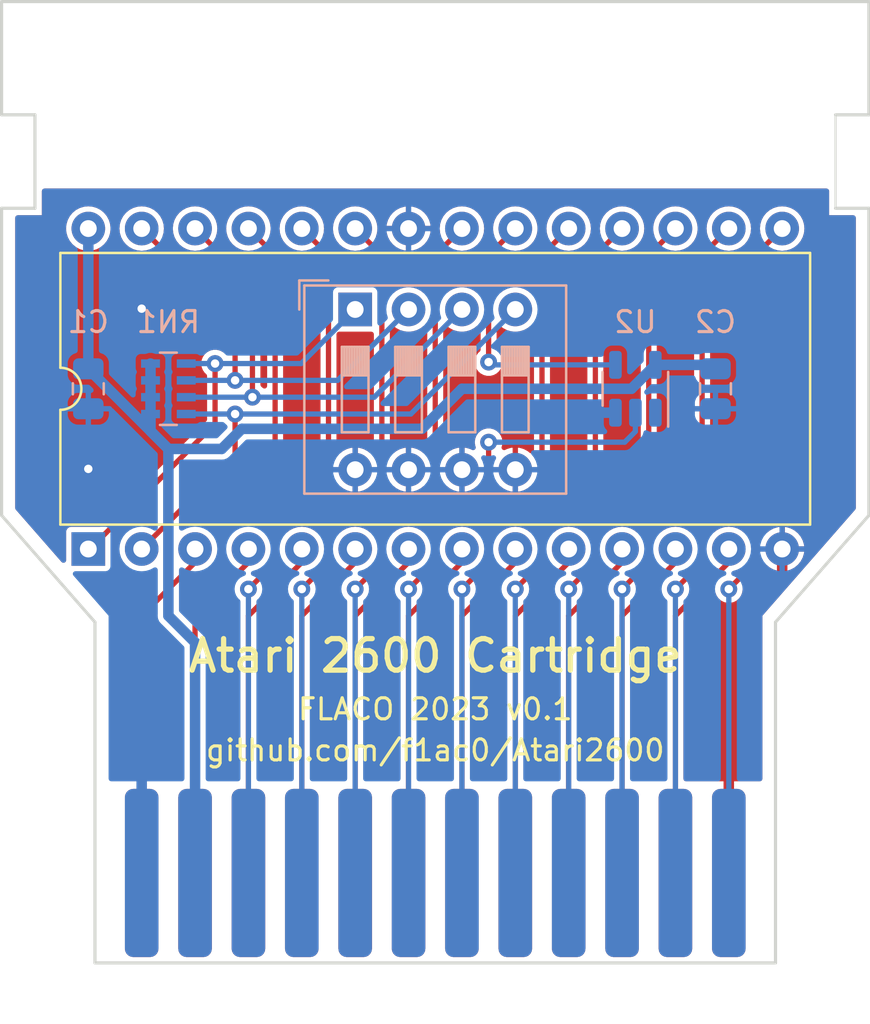
<source format=kicad_pcb>
(kicad_pcb (version 20221018) (generator pcbnew)
  (layers (0 "F.Cu" signal) (31 "B.Cu" signal) (34 "B.Paste" user) (35 "F.Paste" user) (36 "B.SilkS" user "B.Silkscreen") (37 "F.SilkS" user "F.Silkscreen") (38 "B.Mask" user) (39 "F.Mask" user) (44 "Edge.Cuts" user))
  (net 0 "")
  (net 1 "/A7")
  (net 2 "/A6")
  (net 3 "/A5")
  (net 4 "/A4")
  (net 5 "/A3")
  (net 6 "/A2")
  (net 7 "/A1")
  (net 8 "/A0")
  (net 9 "/D0")
  (net 10 "/D1")
  (net 11 "/D2")
  (net 12 "GND")
  (net 13 "/D3")
  (net 14 "/D4")
  (net 15 "/D5")
  (net 16 "/D6")
  (net 17 "/D7")
  (net 18 "/A12")
  (net 19 "/A10")
  (net 20 "/A11")
  (net 21 "/A9")
  (net 22 "/A8")
  (net 23 "+5V")
  (net 24 "/ROMA12")
  (net 25 "/ROMA13")
  (net 26 "/ROMA14")
  (net 27 "/ROMA15")
  (net 28 "/ROMCE")
  (footprint "Sassa:Atari2600_Cartridge_2x12_P2.54mm" (layer "F.Cu") (at 163.83 126.532)
    (fp_text reference "J1" hide)
    (fp_text value "Atari_2600_Cartridge_Port")
    (pad "1" smd roundrect (at 0 0) (size 1.6 8) (layers "F.Cu" "F.Paste" "F.Mask") (net 1 "/A7"))
    (pad "2" smd roundrect (at 2.54 0) (size 1.6 8) (layers "F.Cu" "F.Paste" "F.Mask") (net 2 "/A6"))
    (pad "3" smd roundrect (at 5.08 0) (size 1.6 8) (layers "F.Cu" "F.Paste" "F.Mask") (net 3 "/A5"))
    (pad "4" smd roundrect (at 7.62 0) (size 1.6 8) (layers "F.Cu" "F.Paste" "F.Mask") (net 4 "/A4"))
    (pad "5" smd roundrect (at 10.16 0) (size 1.6 8) (layers "F.Cu" "F.Paste" "F.Mask") (net 5 "/A3"))
    (pad "6" smd roundrect (at 12.7 0) (size 1.6 8) (layers "F.Cu" "F.Paste" "F.Mask") (net 6 "/A2"))
    (pad "7" smd roundrect (at 15.24 0) (size 1.6 8) (layers "F.Cu" "F.Paste" "F.Mask") (net 7 "/A1"))
    (pad "8" smd roundrect (at 17.78 0) (size 1.6 8) (layers "F.Cu" "F.Paste" "F.Mask") (net 8 "/A0"))
    (pad "9" smd roundrect (at 20.32 0) (size 1.6 8) (layers "F.Cu" "F.Paste" "F.Mask") (net 9 "/D0"))
    (pad "10" smd roundrect (at 22.86 0) (size 1.6 8) (layers "F.Cu" "F.Paste" "F.Mask") (net 10 "/D1"))
    (pad "11" smd roundrect (at 25.4 0) (size 1.6 8) (layers "F.Cu" "F.Paste" "F.Mask") (net 11 "/D2"))
    (pad "12" smd roundrect (at 27.94 0) (size 1.6 8) (layers "F.Cu" "F.Paste" "F.Mask") (net 12 "GND"))
    (pad "13" smd roundrect (at 27.94 0) (size 1.6 8) (layers "B.Cu" "B.Paste" "B.Mask") (net 13 "/D3"))
    (pad "14" smd roundrect (at 25.4 0) (size 1.6 8) (layers "B.Cu" "B.Paste" "B.Mask") (net 14 "/D4"))
    (pad "15" smd roundrect (at 22.86 0) (size 1.6 8) (layers "B.Cu" "B.Paste" "B.Mask") (net 15 "/D5"))
    (pad "16" smd roundrect (at 20.32 0) (size 1.6 8) (layers "B.Cu" "B.Paste" "B.Mask") (net 16 "/D6"))
    (pad "17" smd roundrect (at 17.78 0) (size 1.6 8) (layers "B.Cu" "B.Paste" "B.Mask") (net 17 "/D7"))
    (pad "18" smd roundrect (at 15.24 0) (size 1.6 8) (layers "B.Cu" "B.Paste" "B.Mask") (net 18 "/A12"))
    (pad "19" smd roundrect (at 12.7 0) (size 1.6 8) (layers "B.Cu" "B.Paste" "B.Mask") (net 19 "/A10"))
    (pad "20" smd roundrect (at 10.16 0) (size 1.6 8) (layers "B.Cu" "B.Paste" "B.Mask") (net 20 "/A11"))
    (pad "21" smd roundrect (at 7.62 0) (size 1.6 8) (layers "B.Cu" "B.Paste" "B.Mask") (net 21 "/A9"))
    (pad "22" smd roundrect (at 5.08 0) (size 1.6 8) (layers "B.Cu" "B.Paste" "B.Mask") (net 22 "/A8"))
    (pad "23" smd roundrect (at 2.54 0) (size 1.6 8) (layers "B.Cu" "B.Paste" "B.Mask") (net 23 "+5V"))
    (pad "24" smd roundrect (at 0 0) (size 1.6 8) (layers "B.Cu" "B.Paste" "B.Mask") (net 12 "GND"))
  )
  (footprint "Package_DIP:DIP-28_W15.24mm" (layer "F.Cu") (at 161.29 111.125 90)
    (fp_text reference "U1" hide)
    (fp_text value "27C512")
    (fp_line (start 1.16 -1.33) (end 1.16 34.35) (stroke (width 0.12)) (layer "F.SilkS"))
    (fp_line (start 1.16 34.35) (end 14.08 34.35) (stroke (width 0.12)) (layer "F.SilkS"))
    (fp_line (start 6.62 -1.33) (end 1.16 -1.33) (stroke (width 0.12)) (layer "F.SilkS"))
    (fp_line (start 14.08 -1.33) (end 8.62 -1.33) (stroke (width 0.12)) (layer "F.SilkS"))
    (fp_line (start 14.08 34.35) (end 14.08 -1.33) (stroke (width 0.12)) (layer "F.SilkS"))
    (fp_arc (start 8.62 -1.33) (mid 7.62 -0.33) (end 6.62 -1.33) (stroke (width 0.12)) (layer "F.SilkS"))
    (pad "1" thru_hole rect (at 0 0 90) (size 1.6 1.6) (drill 0.8) (layers "*.Cu" "*.Mask") (net 27 "/ROMA15"))
    (pad "2" thru_hole oval (at 0 2.54 90) (size 1.6 1.6) (drill 0.8) (layers "*.Cu" "*.Mask") (net 24 "/ROMA12"))
    (pad "3" thru_hole oval (at 0 5.08 90) (size 1.6 1.6) (drill 0.8) (layers "*.Cu" "*.Mask") (net 1 "/A7"))
    (pad "4" thru_hole oval (at 0 7.62 90) (size 1.6 1.6) (drill 0.8) (layers "*.Cu" "*.Mask") (net 2 "/A6"))
    (pad "5" thru_hole oval (at 0 10.16 90) (size 1.6 1.6) (drill 0.8) (layers "*.Cu" "*.Mask") (net 3 "/A5"))
    (pad "6" thru_hole oval (at 0 12.7 90) (size 1.6 1.6) (drill 0.8) (layers "*.Cu" "*.Mask") (net 4 "/A4"))
    (pad "7" thru_hole oval (at 0 15.24 90) (size 1.6 1.6) (drill 0.8) (layers "*.Cu" "*.Mask") (net 5 "/A3"))
    (pad "8" thru_hole oval (at 0 17.78 90) (size 1.6 1.6) (drill 0.8) (layers "*.Cu" "*.Mask") (net 6 "/A2"))
    (pad "9" thru_hole oval (at 0 20.32 90) (size 1.6 1.6) (drill 0.8) (layers "*.Cu" "*.Mask") (net 7 "/A1"))
    (pad "10" thru_hole oval (at 0 22.86 90) (size 1.6 1.6) (drill 0.8) (layers "*.Cu" "*.Mask") (net 8 "/A0"))
    (pad "11" thru_hole oval (at 0 25.4 90) (size 1.6 1.6) (drill 0.8) (layers "*.Cu" "*.Mask") (net 9 "/D0"))
    (pad "12" thru_hole oval (at 0 27.94 90) (size 1.6 1.6) (drill 0.8) (layers "*.Cu" "*.Mask") (net 10 "/D1"))
    (pad "13" thru_hole oval (at 0 30.48 90) (size 1.6 1.6) (drill 0.8) (layers "*.Cu" "*.Mask") (net 11 "/D2"))
    (pad "14" thru_hole oval (at 0 33.02 90) (size 1.6 1.6) (drill 0.8) (layers "*.Cu" "*.Mask") (net 12 "GND"))
    (pad "15" thru_hole oval (at 15.24 33.02 90) (size 1.6 1.6) (drill 0.8) (layers "*.Cu" "*.Mask") (net 13 "/D3"))
    (pad "16" thru_hole oval (at 15.24 30.48 90) (size 1.6 1.6) (drill 0.8) (layers "*.Cu" "*.Mask") (net 14 "/D4"))
    (pad "17" thru_hole oval (at 15.24 27.94 90) (size 1.6 1.6) (drill 0.8) (layers "*.Cu" "*.Mask") (net 15 "/D5"))
    (pad "18" thru_hole oval (at 15.24 25.4 90) (size 1.6 1.6) (drill 0.8) (layers "*.Cu" "*.Mask") (net 16 "/D6"))
    (pad "19" thru_hole oval (at 15.24 22.86 90) (size 1.6 1.6) (drill 0.8) (layers "*.Cu" "*.Mask") (net 17 "/D7"))
    (pad "20" thru_hole oval (at 15.24 20.32 90) (size 1.6 1.6) (drill 0.8) (layers "*.Cu" "*.Mask") (net 28 "/ROMCE"))
    (pad "21" thru_hole oval (at 15.24 17.78 90) (size 1.6 1.6) (drill 0.8) (layers "*.Cu" "*.Mask") (net 19 "/A10"))
    (pad "22" thru_hole oval (at 15.24 15.24 90) (size 1.6 1.6) (drill 0.8) (layers "*.Cu" "*.Mask") (net 12 "GND"))
    (pad "23" thru_hole oval (at 15.24 12.7 90) (size 1.6 1.6) (drill 0.8) (layers "*.Cu" "*.Mask") (net 20 "/A11"))
    (pad "24" thru_hole oval (at 15.24 10.16 90) (size 1.6 1.6) (drill 0.8) (layers "*.Cu" "*.Mask") (net 21 "/A9"))
    (pad "25" thru_hole oval (at 15.24 7.62 90) (size 1.6 1.6) (drill 0.8) (layers "*.Cu" "*.Mask") (net 22 "/A8"))
    (pad "26" thru_hole oval (at 15.24 5.08 90) (size 1.6 1.6) (drill 0.8) (layers "*.Cu" "*.Mask") (net 25 "/ROMA13"))
    (pad "27" thru_hole oval (at 15.24 2.54 90) (size 1.6 1.6) (drill 0.8) (layers "*.Cu" "*.Mask") (net 26 "/ROMA14"))
    (pad "28" thru_hole oval (at 15.24 0 90) (size 1.6 1.6) (drill 0.8) (layers "*.Cu" "*.Mask") (net 23 "+5V"))
  )
  (footprint "Package_TO_SOT_SMD:SOT-23-5" (layer "B.Cu") (at 187.325 103.505 90)
    (fp_text reference "U2" (at 3.175 0 unlocked) (layer "B.SilkS") (effects (justify mirror)))
    (fp_text value "74LVC1G04")
    (fp_line (start 0 -1.56) (end -0.8 -1.56) (stroke (width 0.12)) (layer "B.SilkS"))
    (fp_line (start 0 -1.56) (end 0.8 -1.56) (stroke (width 0.12)) (layer "B.SilkS"))
    (fp_line (start 0 1.56) (end -1.8 1.56) (stroke (width 0.12)) (layer "B.SilkS"))
    (fp_line (start 0 1.56) (end 0.8 1.56) (stroke (width 0.12)) (layer "B.SilkS"))
    (pad "1" smd roundrect (at -1.1375 0.95 90) (size 1.325 0.6) (layers "B.Cu" "B.Paste" "B.Mask"))
    (pad "2" smd roundrect (at -1.1375 0 90) (size 1.325 0.6) (layers "B.Cu" "B.Paste" "B.Mask") (net 18 "/A12"))
    (pad "3" smd roundrect (at -1.1375 -0.95 90) (size 1.325 0.6) (layers "B.Cu" "B.Paste" "B.Mask") (net 12 "GND"))
    (pad "4" smd roundrect (at 1.1375 -0.95 90) (size 1.325 0.6) (layers "B.Cu" "B.Paste" "B.Mask") (net 28 "/ROMCE"))
    (pad "5" smd roundrect (at 1.1375 0.95 90) (size 1.325 0.6) (layers "B.Cu" "B.Paste" "B.Mask") (net 23 "+5V"))
  )
  (footprint "Button_Switch_THT:SW_DIP_SPSTx04_Slide_9.78x12.34mm_W7.62mm_P2.54mm" (layer "B.Cu") (at 173.99 99.7325 -90)
    (fp_text reference "SW1" hide)
    (fp_text value "SW_DIP_x04")
    (fp_line (start -1.38 2.66) (end -1.38 1.277) (stroke (width 0.12)) (layer "B.SilkS"))
    (fp_line (start -1.38 2.66) (end 0.004 2.66) (stroke (width 0.12)) (layer "B.SilkS"))
    (fp_line (start -1.14 -10.04) (end 8.76 -10.04) (stroke (width 0.12)) (layer "B.SilkS"))
    (fp_line (start -1.14 2.42) (end -1.14 -10.04) (stroke (width 0.12)) (layer "B.SilkS"))
    (fp_line (start -1.14 2.42) (end 8.76 2.42) (stroke (width 0.12)) (layer "B.SilkS"))
    (fp_line (start 1.78 -8.255) (end 5.84 -8.255) (stroke (width 0.12)) (layer "B.SilkS"))
    (fp_line (start 1.78 -8.185) (end 3.133333 -8.185) (stroke (width 0.12)) (layer "B.SilkS"))
    (fp_line (start 1.78 -8.065) (end 3.133333 -8.065) (stroke (width 0.12)) (layer "B.SilkS"))
    (fp_line (start 1.78 -7.945) (end 3.133333 -7.945) (stroke (width 0.12)) (layer "B.SilkS"))
    (fp_line (start 1.78 -7.825) (end 3.133333 -7.825) (stroke (width 0.12)) (layer "B.SilkS"))
    (fp_line (start 1.78 -7.705) (end 3.133333 -7.705) (stroke (width 0.12)) (layer "B.SilkS"))
    (fp_line (start 1.78 -7.585) (end 3.133333 -7.585) (stroke (width 0.12)) (layer "B.SilkS"))
    (fp_line (start 1.78 -7.465) (end 3.133333 -7.465) (stroke (width 0.12)) (layer "B.SilkS"))
    (fp_line (start 1.78 -7.345) (end 3.133333 -7.345) (stroke (width 0.12)) (layer "B.SilkS"))
    (fp_line (start 1.78 -7.225) (end 3.133333 -7.225) (stroke (width 0.12)) (layer "B.SilkS"))
    (fp_line (start 1.78 -7.105) (end 3.133333 -7.105) (stroke (width 0.12)) (layer "B.SilkS"))
    (fp_line (start 1.78 -6.985) (end 1.78 -8.255) (stroke (width 0.12)) (layer "B.SilkS"))
    (fp_line (start 1.78 -5.715) (end 5.84 -5.715) (stroke (width 0.12)) (layer "B.SilkS"))
    (fp_line (start 1.78 -5.645) (end 3.133333 -5.645) (stroke (width 0.12)) (layer "B.SilkS"))
    (fp_line (start 1.78 -5.525) (end 3.133333 -5.525) (stroke (width 0.12)) (layer "B.SilkS"))
    (fp_line (start 1.78 -5.405) (end 3.133333 -5.405) (stroke (width 0.12)) (layer "B.SilkS"))
    (fp_line (start 1.78 -5.285) (end 3.133333 -5.285) (stroke (width 0.12)) (layer "B.SilkS"))
    (fp_line (start 1.78 -5.165) (end 3.133333 -5.165) (stroke (width 0.12)) (layer "B.SilkS"))
    (fp_line (start 1.78 -5.045) (end 3.133333 -5.045) (stroke (width 0.12)) (layer "B.SilkS"))
    (fp_line (start 1.78 -4.925) (end 3.133333 -4.925) (stroke (width 0.12)) (layer "B.SilkS"))
    (fp_line (start 1.78 -4.805) (end 3.133333 -4.805) (stroke (width 0.12)) (layer "B.SilkS"))
    (fp_line (start 1.78 -4.685) (end 3.133333 -4.685) (stroke (width 0.12)) (layer "B.SilkS"))
    (fp_line (start 1.78 -4.565) (end 3.133333 -4.565) (stroke (width 0.12)) (layer "B.SilkS"))
    (fp_line (start 1.78 -4.445) (end 1.78 -5.715) (stroke (width 0.12)) (layer "B.SilkS"))
    (fp_line (start 1.78 -3.175) (end 5.84 -3.175) (stroke (width 0.12)) (layer "B.SilkS"))
    (fp_line (start 1.78 -3.105) (end 3.133333 -3.105) (stroke (width 0.12)) (layer "B.SilkS"))
    (fp_line (start 1.78 -2.985) (end 3.133333 -2.985) (stroke (width 0.12)) (layer "B.SilkS"))
    (fp_line (start 1.78 -2.865) (end 3.133333 -2.865) (stroke (width 0.12)) (layer "B.SilkS"))
    (fp_line (start 1.78 -2.745) (end 3.133333 -2.745) (stroke (width 0.12)) (layer "B.SilkS"))
    (fp_line (start 1.78 -2.625) (end 3.133333 -2.625) (stroke (width 0.12)) (layer "B.SilkS"))
    (fp_line (start 1.78 -2.505) (end 3.133333 -2.505) (stroke (width 0.12)) (layer "B.SilkS"))
    (fp_line (start 1.78 -2.385) (end 3.133333 -2.385) (stroke (width 0.12)) (layer "B.SilkS"))
    (fp_line (start 1.78 -2.265) (end 3.133333 -2.265) (stroke (width 0.12)) (layer "B.SilkS"))
    (fp_line (start 1.78 -2.145) (end 3.133333 -2.145) (stroke (width 0.12)) (layer "B.SilkS"))
    (fp_line (start 1.78 -2.025) (end 3.133333 -2.025) (stroke (width 0.12)) (layer "B.SilkS"))
    (fp_line (start 1.78 -1.905) (end 1.78 -3.175) (stroke (width 0.12)) (layer "B.SilkS"))
    (fp_line (start 1.78 -0.635) (end 5.84 -0.635) (stroke (width 0.12)) (layer "B.SilkS"))
    (fp_line (start 1.78 -0.565) (end 3.133333 -0.565) (stroke (width 0.12)) (layer "B.SilkS"))
    (fp_line (start 1.78 -0.445) (end 3.133333 -0.445) (stroke (width 0.12)) (layer "B.SilkS"))
    (fp_line (start 1.78 -0.325) (end 3.133333 -0.325) (stroke (width 0.12)) (layer "B.SilkS"))
    (fp_line (start 1.78 -0.205) (end 3.133333 -0.205) (stroke (width 0.12)) (layer "B.SilkS"))
    (fp_line (start 1.78 -0.085) (end 3.133333 -0.085) (stroke (width 0.12)) (layer "B.SilkS"))
    (fp_line (start 1.78 0.035) (end 3.133333 0.035) (stroke (width 0.12)) (layer "B.SilkS"))
    (fp_line (start 1.78 0.155) (end 3.133333 0.155) (stroke (width 0.12)) (layer "B.SilkS"))
    (fp_line (start 1.78 0.275) (end 3.133333 0.275) (stroke (width 0.12)) (layer "B.SilkS"))
    (fp_line (start 1.78 0.395) (end 3.133333 0.395) (stroke (width 0.12)) (layer "B.SilkS"))
    (fp_line (start 1.78 0.515) (end 3.133333 0.515) (stroke (width 0.12)) (layer "B.SilkS"))
    (fp_line (start 1.78 0.635) (end 1.78 -0.635) (stroke (width 0.12)) (layer "B.SilkS"))
    (fp_line (start 3.133333 -6.985) (end 3.133333 -8.255) (stroke (width 0.12)) (layer "B.SilkS"))
    (fp_line (start 3.133333 -4.445) (end 3.133333 -5.715) (stroke (width 0.12)) (layer "B.SilkS"))
    (fp_line (start 3.133333 -1.905) (end 3.133333 -3.175) (stroke (width 0.12)) (layer "B.SilkS"))
    (fp_line (start 3.133333 0.635) (end 3.133333 -0.635) (stroke (width 0.12)) (layer "B.SilkS"))
    (fp_line (start 5.84 -8.255) (end 5.84 -6.985) (stroke (width 0.12)) (layer "B.SilkS"))
    (fp_line (start 5.84 -6.985) (end 1.78 -6.985) (stroke (width 0.12)) (layer "B.SilkS"))
    (fp_line (start 5.84 -5.715) (end 5.84 -4.445) (stroke (width 0.12)) (layer "B.SilkS"))
    (fp_line (start 5.84 -4.445) (end 1.78 -4.445) (stroke (width 0.12)) (layer "B.SilkS"))
    (fp_line (start 5.84 -3.175) (end 5.84 -1.905) (stroke (width 0.12)) (layer "B.SilkS"))
    (fp_line (start 5.84 -1.905) (end 1.78 -1.905) (stroke (width 0.12)) (layer "B.SilkS"))
    (fp_line (start 5.84 -0.635) (end 5.84 0.635) (stroke (width 0.12)) (layer "B.SilkS"))
    (fp_line (start 5.84 0.635) (end 1.78 0.635) (stroke (width 0.12)) (layer "B.SilkS"))
    (fp_line (start 8.76 2.42) (end 8.76 -10.04) (stroke (width 0.12)) (layer "B.SilkS"))
    (pad "1" thru_hole rect (at 0 0 270) (size 1.6 1.6) (drill 0.8) (layers "*.Cu" "*.Mask") (net 27 "/ROMA15"))
    (pad "2" thru_hole oval (at 0 -2.54 270) (size 1.6 1.6) (drill 0.8) (layers "*.Cu" "*.Mask") (net 26 "/ROMA14"))
    (pad "3" thru_hole oval (at 0 -5.08 270) (size 1.6 1.6) (drill 0.8) (layers "*.Cu" "*.Mask") (net 25 "/ROMA13"))
    (pad "4" thru_hole oval (at 0 -7.62 270) (size 1.6 1.6) (drill 0.8) (layers "*.Cu" "*.Mask") (net 24 "/ROMA12"))
    (pad "5" thru_hole oval (at 7.62 -7.62 270) (size 1.6 1.6) (drill 0.8) (layers "*.Cu" "*.Mask") (net 12 "GND"))
    (pad "6" thru_hole oval (at 7.62 -5.08 270) (size 1.6 1.6) (drill 0.8) (layers "*.Cu" "*.Mask") (net 12 "GND"))
    (pad "7" thru_hole oval (at 7.62 -2.54 270) (size 1.6 1.6) (drill 0.8) (layers "*.Cu" "*.Mask") (net 12 "GND"))
    (pad "8" thru_hole oval (at 7.62 0 270) (size 1.6 1.6) (drill 0.8) (layers "*.Cu" "*.Mask") (net 12 "GND"))
  )
  (footprint "Capacitor_SMD:C_0805_2012Metric" (layer "B.Cu") (at 191.135 103.505 -90)
    (fp_text reference "C2" (at -3.175 0 unlocked) (layer "B.SilkS") (effects (justify mirror)))
    (fp_text value "100nF")
    (fp_line (start -0.261252 -0.735) (end 0.261252 -0.735) (stroke (width 0.12)) (layer "B.SilkS"))
    (fp_line (start -0.261252 0.735) (end 0.261252 0.735) (stroke (width 0.12)) (layer "B.SilkS"))
    (pad "1" smd roundrect (at -0.95 0 270) (size 1 1.45) (layers "B.Cu" "B.Paste" "B.Mask") (net 23 "+5V"))
    (pad "2" smd roundrect (at 0.95 0 270) (size 1 1.45) (layers "B.Cu" "B.Paste" "B.Mask") (net 12 "GND"))
  )
  (footprint "Capacitor_SMD:C_0805_2012Metric" (layer "B.Cu") (at 161.29 103.505 -90)
    (fp_text reference "C1" (at -3.175 0 unlocked) (layer "B.SilkS") (effects (justify mirror)))
    (fp_text value "100nF")
    (fp_line (start -0.261252 -0.735) (end 0.261252 -0.735) (stroke (width 0.12)) (layer "B.SilkS"))
    (fp_line (start -0.261252 0.735) (end 0.261252 0.735) (stroke (width 0.12)) (layer "B.SilkS"))
    (pad "1" smd roundrect (at -0.95 0 270) (size 1 1.45) (layers "B.Cu" "B.Paste" "B.Mask") (net 23 "+5V"))
    (pad "2" smd roundrect (at 0.95 0 270) (size 1 1.45) (layers "B.Cu" "B.Paste" "B.Mask") (net 12 "GND"))
  )
  (footprint "Resistor_SMD:R_Array_Concave_4x0603" (layer "B.Cu") (at 165.1 103.505 180)
    (fp_text reference "RN1" (at 0 3.175 unlocked) (layer "B.SilkS") (effects (justify mirror)))
    (fp_text value "10k")
    (fp_line (start 0.4 -1.72) (end -0.4 -1.72) (stroke (width 0.12)) (layer "B.SilkS"))
    (fp_line (start 0.4 1.72) (end -0.4 1.72) (stroke (width 0.12)) (layer "B.SilkS"))
    (pad "1" smd rect (at -0.85 1.2 180) (size 0.9 0.4) (layers "B.Cu" "B.Paste" "B.Mask") (net 27 "/ROMA15"))
    (pad "2" smd rect (at -0.85 0.4 180) (size 0.9 0.4) (layers "B.Cu" "B.Paste" "B.Mask") (net 26 "/ROMA14"))
    (pad "3" smd rect (at -0.85 -0.4 180) (size 0.9 0.4) (layers "B.Cu" "B.Paste" "B.Mask") (net 25 "/ROMA13"))
    (pad "4" smd rect (at -0.85 -1.2 180) (size 0.9 0.4) (layers "B.Cu" "B.Paste" "B.Mask") (net 24 "/ROMA12"))
    (pad "5" smd rect (at 0.85 -1.2 180) (size 0.9 0.4) (layers "B.Cu" "B.Paste" "B.Mask") (net 23 "+5V"))
    (pad "6" smd rect (at 0.85 -0.4 180) (size 0.9 0.4) (layers "B.Cu" "B.Paste" "B.Mask") (net 23 "+5V"))
    (pad "7" smd rect (at 0.85 0.4 180) (size 0.9 0.4) (layers "B.Cu" "B.Paste" "B.Mask") (net 23 "+5V"))
    (pad "8" smd rect (at 0.85 1.2 180) (size 0.9 0.4) (layers "B.Cu" "B.Paste" "B.Mask") (net 23 "+5V"))
  )
  (gr_line (start 193.9925 114.605) (end 193.9925 130.81) (stroke (width 0.15)) (layer "Edge.Cuts"))
  (gr_line (start 196.85 94.92) (end 198.4375 94.92) (stroke (width 0.15)) (layer "Edge.Cuts"))
  (gr_line (start 157.1625 94.92) (end 158.75 94.92) (stroke (width 0.15)) (layer "Edge.Cuts"))
  (gr_line (start 157.1625 90.475) (end 157.1625 85.09) (stroke (width 0.15)) (layer "Edge.Cuts"))
  (gr_line (start 161.6075 130.81) (end 193.9925 130.81) (stroke (width 0.15)) (layer "Edge.Cuts"))
  (gr_line (start 198.4375 94.92) (end 198.4375 109.525) (stroke (width 0.15)) (layer "Edge.Cuts"))
  (gr_line (start 157.1625 85.09) (end 198.4375 85.09) (stroke (width 0.15)) (layer "Edge.Cuts"))
  (gr_line (start 161.6075 130.81) (end 161.6075 114.605) (stroke (width 0.15)) (layer "Edge.Cuts"))
  (gr_line (start 198.4375 109.525) (end 193.9925 114.605) (stroke (width 0.15)) (layer "Edge.Cuts"))
  (gr_line (start 196.85 90.475) (end 196.85 94.92) (stroke (width 0.1)) (layer "Edge.Cuts"))
  (gr_line (start 198.4375 90.475) (end 196.85 90.475) (stroke (width 0.15)) (layer "Edge.Cuts"))
  (gr_line (start 198.4375 85.09) (end 198.4375 90.475) (stroke (width 0.15)) (layer "Edge.Cuts"))
  (gr_line (start 158.75 94.92) (end 158.75 90.475) (stroke (width 0.15)) (layer "Edge.Cuts"))
  (gr_line (start 157.1625 109.525) (end 157.1625 94.92) (stroke (width 0.15)) (layer "Edge.Cuts"))
  (gr_line (start 158.75 90.475) (end 157.1625 90.475) (stroke (width 0.15)) (layer "Edge.Cuts"))
  (gr_line (start 161.6075 114.605) (end 157.1625 109.525) (stroke (width 0.15)) (layer "Edge.Cuts"))
  (gr_text "FLACO 2023 v0.1" (at 177.8 118.745) (layer "F.SilkS") (effects (font (size 1 1))))
  (gr_text "Atari 2600 Cartridge" (at 177.8 116.205) (layer "F.SilkS") (effects (font (size 1.5 1.5) (thickness 0.25))))
  (gr_text "github.com/f1ac0/Atari2600" (at 177.8 121.285) (layer "F.SilkS") (effects (font (size 1 1)) (justify bottom)))
  (segment (start 166.37 111.76) (end 166.37 111.125) (width 0.25) (layer "F.Cu") (net 1))
  (segment (start 163.83 126.532) (end 163.83 114.3) (width 0.25) (layer "F.Cu") (net 1))
  (segment (start 163.83 114.3) (end 166.37 111.76) (width 0.25) (layer "F.Cu") (net 1))
  (segment (start 166.37 126.532) (end 166.37 114.3) (width 0.25) (layer "F.Cu") (net 2))
  (segment (start 168.91 111.76) (end 168.91 111.125) (width 0.25) (layer "F.Cu") (net 2))
  (segment (start 166.37 114.3) (end 168.91 111.76) (width 0.25) (layer "F.Cu") (net 2))
  (segment (start 168.91 114.3) (end 171.45 111.76) (width 0.25) (layer "F.Cu") (net 3))
  (segment (start 171.45 111.76) (end 171.45 111.125) (width 0.25) (layer "F.Cu") (net 3))
  (segment (start 168.91 126.532) (end 168.91 114.3) (width 0.25) (layer "F.Cu") (net 3))
  (segment (start 171.45 126.532) (end 171.45 114.3) (width 0.25) (layer "F.Cu") (net 4))
  (segment (start 171.45 114.3) (end 173.99 111.76) (width 0.25) (layer "F.Cu") (net 4))
  (segment (start 173.99 111.76) (end 173.99 111.125) (width 0.25) (layer "F.Cu") (net 4))
  (segment (start 176.53 111.76) (end 176.53 111.125) (width 0.25) (layer "F.Cu") (net 5))
  (segment (start 173.99 114.3) (end 176.53 111.76) (width 0.25) (layer "F.Cu") (net 5))
  (segment (start 173.99 126.532) (end 173.99 114.3) (width 0.25) (layer "F.Cu") (net 5))
  (segment (start 179.07 111.76) (end 179.07 111.125) (width 0.25) (layer "F.Cu") (net 6))
  (segment (start 176.53 114.3) (end 179.07 111.76) (width 0.25) (layer "F.Cu") (net 6))
  (segment (start 176.53 126.532) (end 176.53 114.3) (width 0.25) (layer "F.Cu") (net 6))
  (segment (start 179.07 114.3) (end 181.61 111.76) (width 0.25) (layer "F.Cu") (net 7))
  (segment (start 181.61 111.76) (end 181.61 111.125) (width 0.25) (layer "F.Cu") (net 7))
  (segment (start 179.07 126.532) (end 179.07 114.3) (width 0.25) (layer "F.Cu") (net 7))
  (segment (start 181.61 126.532) (end 181.61 114.3) (width 0.25) (layer "F.Cu") (net 8))
  (segment (start 181.61 114.3) (end 184.15 111.76) (width 0.25) (layer "F.Cu") (net 8))
  (segment (start 184.15 111.76) (end 184.15 111.125) (width 0.25) (layer "F.Cu") (net 8))
  (segment (start 186.69 111.76) (end 186.69 111.125) (width 0.25) (layer "F.Cu") (net 9))
  (segment (start 184.15 114.3) (end 186.69 111.76) (width 0.25) (layer "F.Cu") (net 9))
  (segment (start 184.15 126.532) (end 184.15 114.3) (width 0.25) (layer "F.Cu") (net 9))
  (segment (start 186.69 114.3) (end 189.23 111.76) (width 0.25) (layer "F.Cu") (net 10))
  (segment (start 189.23 111.76) (end 189.23 111.125) (width 0.25) (layer "F.Cu") (net 10))
  (segment (start 186.69 126.532) (end 186.69 114.3) (width 0.25) (layer "F.Cu") (net 10))
  (segment (start 191.77 111.76) (end 191.77 111.125) (width 0.25) (layer "F.Cu") (net 11))
  (segment (start 189.23 126.532) (end 189.23 114.3) (width 0.25) (layer "F.Cu") (net 11))
  (segment (start 189.23 114.3) (end 191.77 111.76) (width 0.25) (layer "F.Cu") (net 11))
  (segment (start 194.31 112.395) (end 194.31 111.125) (width 0.5) (layer "F.Cu") (net 12))
  (segment (start 191.77 126.532) (end 191.77 114.935) (width 0.5) (layer "F.Cu") (net 12))
  (segment (start 191.77 114.935) (end 194.31 112.395) (width 0.5) (layer "F.Cu") (net 12))
  (via (at 161.29 107.315) (size 0.8) (drill 0.4) (layers "F.Cu" "B.Cu") (net 12))
  (via (at 163.83 99.695) (size 0.8) (drill 0.4) (layers "F.Cu" "B.Cu") (net 12))
  (segment (start 186.375 104.6425) (end 184.9175 104.6425) (width 0.5) (layer "B.Cu") (net 12))
  (segment (start 163.83 126.532) (end 163.83 121.285) (width 0.5) (layer "B.Cu") (net 12))
  (segment (start 193.04 97.155) (end 194.31 95.885) (width 0.25) (layer "F.Cu") (net 13))
  (segment (start 193.04 111.76) (end 193.04 97.155) (width 0.25) (layer "F.Cu") (net 13))
  (segment (start 191.77 113.03) (end 193.04 111.76) (width 0.25) (layer "F.Cu") (net 13))
  (via (at 191.77 113.03) (size 0.8) (drill 0.4) (layers "F.Cu" "B.Cu") (net 13))
  (segment (start 191.77 113.03) (end 191.77 126.532) (width 0.25) (layer "B.Cu") (net 13))
  (segment (start 189.23 113.03) (end 190.5 111.76) (width 0.25) (layer "F.Cu") (net 14))
  (segment (start 190.5 97.155) (end 191.77 95.885) (width 0.25) (layer "F.Cu") (net 14))
  (segment (start 190.5 111.76) (end 190.5 97.155) (width 0.25) (layer "F.Cu") (net 14))
  (via (at 189.23 113.03) (size 0.8) (drill 0.4) (layers "F.Cu" "B.Cu") (net 14))
  (segment (start 189.23 113.03) (end 189.23 126.532) (width 0.25) (layer "B.Cu") (net 14))
  (segment (start 187.96 97.155) (end 189.23 95.885) (width 0.25) (layer "F.Cu") (net 15))
  (segment (start 187.96 111.76) (end 187.96 97.155) (width 0.25) (layer "F.Cu") (net 15))
  (segment (start 186.69 113.03) (end 187.96 111.76) (width 0.25) (layer "F.Cu") (net 15))
  (via (at 186.69 113.03) (size 0.8) (drill 0.4) (layers "F.Cu" "B.Cu") (net 15))
  (segment (start 186.69 113.03) (end 186.69 126.532) (width 0.25) (layer "B.Cu") (net 15))
  (segment (start 185.42 97.155) (end 186.69 95.885) (width 0.25) (layer "F.Cu") (net 16))
  (segment (start 184.15 113.03) (end 185.42 111.76) (width 0.25) (layer "F.Cu") (net 16))
  (segment (start 185.42 111.76) (end 185.42 97.155) (width 0.25) (layer "F.Cu") (net 16))
  (via (at 184.15 113.03) (size 0.8) (drill 0.4) (layers "F.Cu" "B.Cu") (net 16))
  (segment (start 184.15 113.03) (end 184.15 126.532) (width 0.25) (layer "B.Cu") (net 16))
  (segment (start 182.88 97.155) (end 184.15 95.885) (width 0.25) (layer "F.Cu") (net 17))
  (segment (start 182.88 111.76) (end 182.88 97.155) (width 0.25) (layer "F.Cu") (net 17))
  (segment (start 181.61 113.03) (end 182.88 111.76) (width 0.25) (layer "F.Cu") (net 17))
  (via (at 181.61 113.03) (size 0.8) (drill 0.4) (layers "F.Cu" "B.Cu") (net 17))
  (segment (start 181.61 113.03) (end 181.61 126.532) (width 0.25) (layer "B.Cu") (net 17))
  (segment (start 180.34 111.76) (end 180.34 106.045) (width 0.25) (layer "F.Cu") (net 18))
  (segment (start 179.07 113.03) (end 180.34 111.76) (width 0.25) (layer "F.Cu") (net 18))
  (via (at 179.07 113.03) (size 0.8) (drill 0.4) (layers "F.Cu" "B.Cu") (net 18))
  (via (at 180.34 106.045) (size 0.8) (drill 0.4) (layers "F.Cu" "B.Cu") (net 18))
  (segment (start 179.07 126.532) (end 179.07 113.03) (width 0.25) (layer "B.Cu") (net 18))
  (segment (start 186.815876 106.045) (end 180.34 106.045) (width 0.25) (layer "B.Cu") (net 18))
  (segment (start 187.325 105.535876) (end 186.815876 106.045) (width 0.25) (layer "B.Cu") (net 18))
  (segment (start 187.325 104.6425) (end 187.325 105.535876) (width 0.25) (layer "B.Cu") (net 18))
  (segment (start 177.8 97.155) (end 179.07 95.885) (width 0.25) (layer "F.Cu") (net 19))
  (segment (start 176.53 113.03) (end 177.8 111.76) (width 0.25) (layer "F.Cu") (net 19))
  (segment (start 177.8 111.76) (end 177.8 97.155) (width 0.25) (layer "F.Cu") (net 19))
  (via (at 176.53 113.03) (size 0.8) (drill 0.4) (layers "F.Cu" "B.Cu") (net 19))
  (segment (start 176.53 113.03) (end 176.53 126.532) (width 0.25) (layer "B.Cu") (net 19))
  (segment (start 173.99 113.03) (end 175.26 111.76) (width 0.25) (layer "F.Cu") (net 20))
  (segment (start 175.26 111.76) (end 175.26 97.155) (width 0.25) (layer "F.Cu") (net 20))
  (segment (start 175.26 97.155) (end 173.99 95.885) (width 0.25) (layer "F.Cu") (net 20))
  (via (at 173.99 113.03) (size 0.8) (drill 0.4) (layers "F.Cu" "B.Cu") (net 20))
  (segment (start 173.99 113.03) (end 173.99 126.532) (width 0.25) (layer "B.Cu") (net 20))
  (segment (start 171.45 113.03) (end 172.72 111.76) (width 0.25) (layer "F.Cu") (net 21))
  (segment (start 172.72 97.155) (end 171.45 95.885) (width 0.25) (layer "F.Cu") (net 21))
  (segment (start 172.72 111.76) (end 172.72 97.155) (width 0.25) (layer "F.Cu") (net 21))
  (via (at 171.45 113.03) (size 0.8) (drill 0.4) (layers "F.Cu" "B.Cu") (net 21))
  (segment (start 171.45 113.03) (end 171.45 126.532) (width 0.25) (layer "B.Cu") (net 21))
  (segment (start 168.91 113.03) (end 170.18 111.76) (width 0.25) (layer "F.Cu") (net 22))
  (segment (start 170.18 111.76) (end 170.18 97.155) (width 0.25) (layer "F.Cu") (net 22))
  (segment (start 170.18 97.155) (end 168.91 95.885) (width 0.25) (layer "F.Cu") (net 22))
  (via (at 168.91 113.03) (size 0.8) (drill 0.4) (layers "F.Cu" "B.Cu") (net 22))
  (segment (start 168.91 113.03) (end 168.91 126.532) (width 0.25) (layer "B.Cu") (net 22))
  (segment (start 161.29 102.555) (end 161.29 95.885) (width 0.5) (layer "B.Cu") (net 23))
  (segment (start 190.9475 102.3675) (end 191.135 102.555) (width 0.5) (layer "B.Cu") (net 23))
  (segment (start 165.1 114.3) (end 165.1 106.365) (width 0.5) (layer "B.Cu") (net 23))
  (segment (start 177.165 105.41) (end 168.595305 105.41) (width 0.5) (layer "B.Cu") (net 23))
  (segment (start 168.595305 105.41) (end 167.640305 106.365) (width 0.5) (layer "B.Cu") (net 23))
  (segment (start 166.37 115.57) (end 165.1 114.3) (width 0.5) (layer "B.Cu") (net 23))
  (segment (start 188.275 102.3675) (end 187.1375 103.505) (width 0.5) (layer "B.Cu") (net 23))
  (segment (start 179.07 103.505) (end 177.165 105.41) (width 0.5) (layer "B.Cu") (net 23))
  (segment (start 167.640305 106.365) (end 165.1 106.365) (width 0.5) (layer "B.Cu") (net 23))
  (segment (start 187.1375 103.505) (end 179.07 103.505) (width 0.5) (layer "B.Cu") (net 23))
  (segment (start 164.25 102.305) (end 164.25 105.515) (width 0.5) (layer "B.Cu") (net 23))
  (segment (start 166.37 126.532) (end 166.37 115.57) (width 0.5) (layer "B.Cu") (net 23))
  (segment (start 188.275 102.3675) (end 190.9475 102.3675) (width 0.5) (layer "B.Cu") (net 23))
  (segment (start 164.25 105.515) (end 165.1 106.365) (width 0.5) (layer "B.Cu") (net 23))
  (segment (start 165.1 106.365) (end 161.29 102.555) (width 0.5) (layer "B.Cu") (net 23))
  (segment (start 168.275 104.705) (end 168.275 106.68) (width 0.25) (layer "F.Cu") (net 24))
  (segment (start 168.275 106.68) (end 163.83 111.125) (width 0.25) (layer "F.Cu") (net 24))
  (via (at 168.275 104.705) (size 0.8) (drill 0.4) (layers "F.Cu" "B.Cu") (net 24))
  (segment (start 165.95 104.705) (end 176.6375 104.705) (width 0.25) (layer "B.Cu") (net 24))
  (segment (start 176.6375 104.705) (end 181.61 99.7325) (width 0.25) (layer "B.Cu") (net 24))
  (segment (start 169.1005 103.905) (end 169.1005 98.6155) (width 0.25) (layer "F.Cu") (net 25))
  (segment (start 169.1005 98.6155) (end 166.37 95.885) (width 0.25) (layer "F.Cu") (net 25))
  (via (at 169.1005 103.905) (size 0.8) (drill 0.4) (layers "F.Cu" "B.Cu") (net 25))
  (segment (start 174.8975 103.905) (end 179.07 99.7325) (width 0.25) (layer "B.Cu") (net 25))
  (segment (start 165.95 103.905) (end 174.8975 103.905) (width 0.25) (layer "B.Cu") (net 25))
  (segment (start 163.83 95.885) (end 168.275 100.33) (width 0.25) (layer "F.Cu") (net 26))
  (segment (start 168.275 100.33) (end 168.275 103.105) (width 0.25) (layer "F.Cu") (net 26))
  (via (at 168.275 103.105) (size 0.8) (drill 0.4) (layers "F.Cu" "B.Cu") (net 26))
  (segment (start 165.95 103.105) (end 173.1575 103.105) (width 0.25) (layer "B.Cu") (net 26))
  (segment (start 173.1575 103.105) (end 176.53 99.7325) (width 0.25) (layer "B.Cu") (net 26))
  (segment (start 167.3225 102.305) (end 167.3225 105.167805) (width 0.25) (layer "F.Cu") (net 27))
  (segment (start 167.3225 105.167805) (end 161.365305 111.125) (width 0.25) (layer "F.Cu") (net 27))
  (segment (start 161.365305 111.125) (end 161.29 111.125) (width 0.25) (layer "F.Cu") (net 27))
  (via (at 167.3225 102.305) (size 0.8) (drill 0.4) (layers "F.Cu" "B.Cu") (net 27))
  (segment (start 171.4175 102.305) (end 173.99 99.7325) (width 0.25) (layer "B.Cu") (net 27))
  (segment (start 167.3225 102.305) (end 171.4175 102.305) (width 0.25) (layer "B.Cu") (net 27))
  (segment (start 165.95 102.305) (end 167.3225 102.305) (width 0.25) (layer "B.Cu") (net 27))
  (segment (start 180.34 97.155) (end 181.61 95.885) (width 0.25) (layer "F.Cu") (net 28))
  (segment (start 180.34 102.235) (end 180.34 97.155) (width 0.25) (layer "F.Cu") (net 28))
  (via (at 180.34 102.235) (size 0.8) (drill 0.4) (layers "F.Cu" "B.Cu") (net 28))
  (segment (start 186.375 102.3675) (end 180.4725 102.3675) (width 0.25) (layer "B.Cu") (net 28))
  (segment (start 180.4725 102.3675) (end 180.34 102.235) (width 0.25) (layer "B.Cu") (net 28))
  (zone (net 12) (net_name "GND") (layers "F&B.Cu") (connect_pads (clearance 0.254)) (min_thickness 0.254) (fill yes (thermal_gap 0.254) (thermal_bridge_width 0.254))
    (polygon (pts (xy 159.08 93.98) (xy 159.08 95.25) (xy 157.81 95.25) (xy 157.81 109.22) (xy 162.255 114.299617) (xy 162.255 122.174) (xy 193.37 122.175) (xy 193.37 114.3) (xy 197.815 109.22) (xy 197.815 95.25) (xy 196.545 95.25) (xy 196.545 93.98)))
  )
)
</source>
